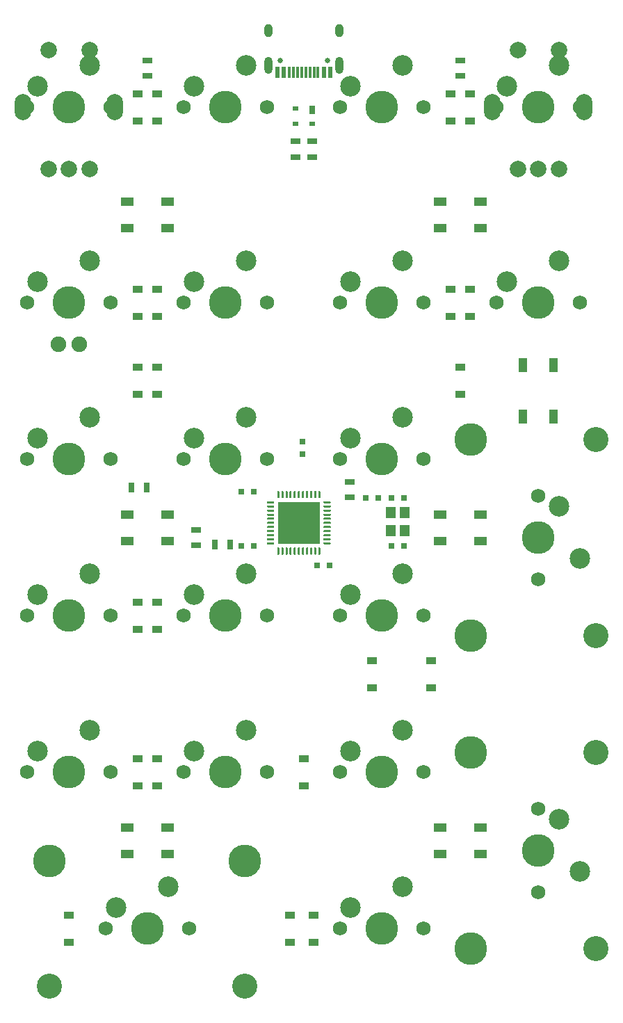
<source format=gbr>
%TF.GenerationSoftware,KiCad,Pcbnew,(5.1.10)-1*%
%TF.CreationDate,2021-08-07T17:21:30+07:00*%
%TF.ProjectId,numbowl,6e756d62-6f77-46c2-9e6b-696361645f70,rev?*%
%TF.SameCoordinates,Original*%
%TF.FileFunction,Soldermask,Bot*%
%TF.FilePolarity,Negative*%
%FSLAX46Y46*%
G04 Gerber Fmt 4.6, Leading zero omitted, Abs format (unit mm)*
G04 Created by KiCad (PCBNEW (5.1.10)-1) date 2021-08-07 17:21:30*
%MOMM*%
%LPD*%
G01*
G04 APERTURE LIST*
%ADD10C,3.987800*%
%ADD11C,2.500000*%
%ADD12C,1.750000*%
%ADD13C,3.048000*%
%ADD14C,2.000000*%
%ADD15O,2.000000X3.200000*%
%ADD16C,1.905000*%
%ADD17R,0.700000X1.300000*%
%ADD18R,1.100000X1.800000*%
%ADD19R,0.700000X1.000000*%
%ADD20R,0.700000X0.600000*%
%ADD21R,1.500000X1.000000*%
%ADD22R,1.200000X0.900000*%
%ADD23R,0.800000X0.750000*%
%ADD24R,5.150000X5.150000*%
%ADD25R,1.200000X1.400000*%
%ADD26O,1.000000X1.600000*%
%ADD27O,1.000000X2.100000*%
%ADD28C,0.650000*%
%ADD29R,0.300000X1.450000*%
%ADD30R,0.600000X1.450000*%
%ADD31R,1.300000X0.700000*%
%ADD32R,0.750000X0.800000*%
G04 APERTURE END LIST*
D10*
%TO.C,MX13*%
X247650000Y-104775000D03*
D11*
X252730000Y-107315000D03*
D12*
X247650000Y-99695000D03*
X247650000Y-109855000D03*
D11*
X250190000Y-100965000D03*
D13*
X254635000Y-92868750D03*
X254635000Y-116681250D03*
D10*
X239395000Y-92868750D03*
X239395000Y-116681250D03*
%TD*%
D14*
%TO.C,SW3*%
X245150000Y-59887510D03*
X247650000Y-59887510D03*
X250150000Y-59887510D03*
D15*
X242050000Y-52387510D03*
X253250000Y-52387510D03*
D14*
X245150000Y-45387510D03*
X250150000Y-45387510D03*
%TD*%
D16*
%TO.C,D25*%
X189230000Y-81280000D03*
X191770000Y-81280000D03*
%TD*%
D12*
%TO.C,MX27*%
X233680192Y-52387546D03*
D11*
X224790192Y-49847546D03*
D12*
X223520192Y-52387546D03*
D10*
X228600192Y-52387546D03*
D11*
X231140192Y-47307546D03*
%TD*%
D12*
%TO.C,MX26*%
X214630176Y-52387546D03*
D11*
X205740176Y-49847546D03*
D12*
X204470176Y-52387546D03*
D10*
X209550176Y-52387546D03*
D11*
X212090176Y-47307546D03*
%TD*%
%TO.C,MX25*%
X202565000Y-147320000D03*
D10*
X200025000Y-152400000D03*
D11*
X196215000Y-149860000D03*
D12*
X194945000Y-152400000D03*
X205105000Y-152400000D03*
D13*
X188118750Y-159385000D03*
X211931250Y-159385000D03*
D10*
X188118750Y-144145000D03*
X211931250Y-144145000D03*
%TD*%
D12*
%TO.C,MX20*%
X252730000Y-76200000D03*
D11*
X243840000Y-73660000D03*
D12*
X242570000Y-76200000D03*
D10*
X247650000Y-76200000D03*
D11*
X250190000Y-71120000D03*
%TD*%
D10*
%TO.C,MX19*%
X247650000Y-142875000D03*
D11*
X252730000Y-145415000D03*
D12*
X247650000Y-137795000D03*
X247650000Y-147955000D03*
D11*
X250190000Y-139065000D03*
D13*
X254635000Y-130968750D03*
X254635000Y-154781250D03*
D10*
X239395000Y-130968750D03*
X239395000Y-154781250D03*
%TD*%
D12*
%TO.C,MX18*%
X233680000Y-152400000D03*
D11*
X224790000Y-149860000D03*
D12*
X223520000Y-152400000D03*
D10*
X228600000Y-152400000D03*
D11*
X231140000Y-147320000D03*
%TD*%
D12*
%TO.C,MX17*%
X233680000Y-133350000D03*
D11*
X224790000Y-130810000D03*
D12*
X223520000Y-133350000D03*
D10*
X228600000Y-133350000D03*
D11*
X231140000Y-128270000D03*
%TD*%
D12*
%TO.C,MX16*%
X233680000Y-114300000D03*
D11*
X224790000Y-111760000D03*
D12*
X223520000Y-114300000D03*
D10*
X228600000Y-114300000D03*
D11*
X231140000Y-109220000D03*
%TD*%
D12*
%TO.C,MX15*%
X233680000Y-95250000D03*
D11*
X224790000Y-92710000D03*
D12*
X223520000Y-95250000D03*
D10*
X228600000Y-95250000D03*
D11*
X231140000Y-90170000D03*
%TD*%
D12*
%TO.C,MX14*%
X233680000Y-76200000D03*
D11*
X224790000Y-73660000D03*
D12*
X223520000Y-76200000D03*
D10*
X228600000Y-76200000D03*
D11*
X231140000Y-71120000D03*
%TD*%
D12*
%TO.C,MX11*%
X214630000Y-133350000D03*
D11*
X205740000Y-130810000D03*
D12*
X204470000Y-133350000D03*
D10*
X209550000Y-133350000D03*
D11*
X212090000Y-128270000D03*
%TD*%
D12*
%TO.C,MX10*%
X214630000Y-114300000D03*
D11*
X205740000Y-111760000D03*
D12*
X204470000Y-114300000D03*
D10*
X209550000Y-114300000D03*
D11*
X212090000Y-109220000D03*
%TD*%
D12*
%TO.C,MX9*%
X214630000Y-95250000D03*
D11*
X205740000Y-92710000D03*
D12*
X204470000Y-95250000D03*
D10*
X209550000Y-95250000D03*
D11*
X212090000Y-90170000D03*
%TD*%
D12*
%TO.C,MX8*%
X214630000Y-76200000D03*
D11*
X205740000Y-73660000D03*
D12*
X204470000Y-76200000D03*
D10*
X209550000Y-76200000D03*
D11*
X212090000Y-71120000D03*
%TD*%
D12*
%TO.C,MX7*%
X252730000Y-52387510D03*
D11*
X243840000Y-49847510D03*
D12*
X242570000Y-52387510D03*
D10*
X247650000Y-52387510D03*
D11*
X250190000Y-47307510D03*
%TD*%
D12*
%TO.C,MX5*%
X195580000Y-133350000D03*
D11*
X186690000Y-130810000D03*
D12*
X185420000Y-133350000D03*
D10*
X190500000Y-133350000D03*
D11*
X193040000Y-128270000D03*
%TD*%
D12*
%TO.C,MX4*%
X195580000Y-114300000D03*
D11*
X186690000Y-111760000D03*
D12*
X185420000Y-114300000D03*
D10*
X190500000Y-114300000D03*
D11*
X193040000Y-109220000D03*
%TD*%
D12*
%TO.C,MX3*%
X195580000Y-95250000D03*
D11*
X186690000Y-92710000D03*
D12*
X185420000Y-95250000D03*
D10*
X190500000Y-95250000D03*
D11*
X193040000Y-90170000D03*
%TD*%
D12*
%TO.C,MX2*%
X195580000Y-76200000D03*
D11*
X186690000Y-73660000D03*
D12*
X185420000Y-76200000D03*
D10*
X190500000Y-76200000D03*
D11*
X193040000Y-71120000D03*
%TD*%
D12*
%TO.C,MX1*%
X195580000Y-52387510D03*
D11*
X186690000Y-49847510D03*
D12*
X185420000Y-52387510D03*
D10*
X190500000Y-52387510D03*
D11*
X193040000Y-47307510D03*
%TD*%
D17*
%TO.C,R1*%
X198084400Y-98653600D03*
X199984400Y-98653600D03*
%TD*%
D14*
%TO.C,SW2*%
X193000000Y-45387510D03*
X188000000Y-45387510D03*
D15*
X196100000Y-52387510D03*
X184900000Y-52387510D03*
D14*
X193000000Y-59887510D03*
X190500000Y-59887510D03*
X188000000Y-59887510D03*
%TD*%
D18*
%TO.C,SW1*%
X249500000Y-83815625D03*
X245800000Y-90015625D03*
X245800000Y-83815625D03*
X249500000Y-90015625D03*
%TD*%
D19*
%TO.C,U5*%
X220075000Y-52731250D03*
D20*
X218075000Y-52531250D03*
X220075000Y-54431250D03*
X218075000Y-54431250D03*
%TD*%
D21*
%TO.C,RGB6*%
X197575000Y-67084375D03*
X197575000Y-63884375D03*
X202475000Y-67084375D03*
X202475000Y-63884375D03*
%TD*%
%TO.C,RGB5*%
X235675000Y-67084375D03*
X235675000Y-63884375D03*
X240575000Y-67084375D03*
X240575000Y-63884375D03*
%TD*%
%TO.C,RGB4*%
X235675000Y-105184375D03*
X235675000Y-101984375D03*
X240575000Y-105184375D03*
X240575000Y-101984375D03*
%TD*%
%TO.C,RGB3*%
X235675000Y-143284375D03*
X235675000Y-140084375D03*
X240575000Y-143284375D03*
X240575000Y-140084375D03*
%TD*%
%TO.C,RGB2*%
X202475000Y-140084375D03*
X202475000Y-143284375D03*
X197575000Y-140084375D03*
X197575000Y-143284375D03*
%TD*%
%TO.C,RGB1*%
X202475000Y-101984375D03*
X202475000Y-105184375D03*
X197575000Y-101984375D03*
X197575000Y-105184375D03*
%TD*%
D22*
%TO.C,D19*%
X236934375Y-54037500D03*
X236934375Y-50737500D03*
%TD*%
%TO.C,D13*%
X201215625Y-54037500D03*
X201215625Y-50737500D03*
%TD*%
%TO.C,D7*%
X239315625Y-54037500D03*
X239315625Y-50737500D03*
%TD*%
%TO.C,D1*%
X198834375Y-54037500D03*
X198834375Y-50737500D03*
%TD*%
%TO.C,D12*%
X190500000Y-154050000D03*
X190500000Y-150750000D03*
%TD*%
%TO.C,D22*%
X234553125Y-123093750D03*
X234553125Y-119793750D03*
%TD*%
%TO.C,D18*%
X220265625Y-154050000D03*
X220265625Y-150750000D03*
%TD*%
%TO.C,D24*%
X217424000Y-154050000D03*
X217424000Y-150750000D03*
%TD*%
%TO.C,D20*%
X239315625Y-77850000D03*
X239315625Y-74550000D03*
%TD*%
%TO.C,D17*%
X219075000Y-131700000D03*
X219075000Y-135000000D03*
%TD*%
%TO.C,D16*%
X227409375Y-123093750D03*
X227409375Y-119793750D03*
%TD*%
%TO.C,D15*%
X238125000Y-84075000D03*
X238125000Y-87375000D03*
%TD*%
%TO.C,D14*%
X236934375Y-77850000D03*
X236934375Y-74550000D03*
%TD*%
%TO.C,D11*%
X201216132Y-135000336D03*
X201216132Y-131700336D03*
%TD*%
%TO.C,D10*%
X201215625Y-115950000D03*
X201215625Y-112650000D03*
%TD*%
%TO.C,D9*%
X201215625Y-84075000D03*
X201215625Y-87375000D03*
%TD*%
%TO.C,D8*%
X201215625Y-77850000D03*
X201215625Y-74550000D03*
%TD*%
%TO.C,D5*%
X198834876Y-135000000D03*
X198834876Y-131700000D03*
%TD*%
%TO.C,D4*%
X198834375Y-115950000D03*
X198834375Y-112650000D03*
%TD*%
%TO.C,D3*%
X198834375Y-84075000D03*
X198834375Y-87375000D03*
%TD*%
%TO.C,D2*%
X198834375Y-77850000D03*
X198834375Y-74550000D03*
%TD*%
D23*
%TO.C,C3*%
X231294685Y-99949000D03*
X229794685Y-99949000D03*
%TD*%
%TO.C,C2*%
X229794685Y-105791000D03*
X231294685Y-105791000D03*
%TD*%
D24*
%TO.C,U2*%
X218480605Y-102989415D03*
G36*
G01*
X214668105Y-100364415D02*
X215418105Y-100364415D01*
G75*
G02*
X215480605Y-100426915I0J-62500D01*
G01*
X215480605Y-100551915D01*
G75*
G02*
X215418105Y-100614415I-62500J0D01*
G01*
X214668105Y-100614415D01*
G75*
G02*
X214605605Y-100551915I0J62500D01*
G01*
X214605605Y-100426915D01*
G75*
G02*
X214668105Y-100364415I62500J0D01*
G01*
G37*
G36*
G01*
X214668105Y-100864415D02*
X215418105Y-100864415D01*
G75*
G02*
X215480605Y-100926915I0J-62500D01*
G01*
X215480605Y-101051915D01*
G75*
G02*
X215418105Y-101114415I-62500J0D01*
G01*
X214668105Y-101114415D01*
G75*
G02*
X214605605Y-101051915I0J62500D01*
G01*
X214605605Y-100926915D01*
G75*
G02*
X214668105Y-100864415I62500J0D01*
G01*
G37*
G36*
G01*
X214668105Y-101364415D02*
X215418105Y-101364415D01*
G75*
G02*
X215480605Y-101426915I0J-62500D01*
G01*
X215480605Y-101551915D01*
G75*
G02*
X215418105Y-101614415I-62500J0D01*
G01*
X214668105Y-101614415D01*
G75*
G02*
X214605605Y-101551915I0J62500D01*
G01*
X214605605Y-101426915D01*
G75*
G02*
X214668105Y-101364415I62500J0D01*
G01*
G37*
G36*
G01*
X214668105Y-101864415D02*
X215418105Y-101864415D01*
G75*
G02*
X215480605Y-101926915I0J-62500D01*
G01*
X215480605Y-102051915D01*
G75*
G02*
X215418105Y-102114415I-62500J0D01*
G01*
X214668105Y-102114415D01*
G75*
G02*
X214605605Y-102051915I0J62500D01*
G01*
X214605605Y-101926915D01*
G75*
G02*
X214668105Y-101864415I62500J0D01*
G01*
G37*
G36*
G01*
X214668105Y-102364415D02*
X215418105Y-102364415D01*
G75*
G02*
X215480605Y-102426915I0J-62500D01*
G01*
X215480605Y-102551915D01*
G75*
G02*
X215418105Y-102614415I-62500J0D01*
G01*
X214668105Y-102614415D01*
G75*
G02*
X214605605Y-102551915I0J62500D01*
G01*
X214605605Y-102426915D01*
G75*
G02*
X214668105Y-102364415I62500J0D01*
G01*
G37*
G36*
G01*
X214668105Y-102864415D02*
X215418105Y-102864415D01*
G75*
G02*
X215480605Y-102926915I0J-62500D01*
G01*
X215480605Y-103051915D01*
G75*
G02*
X215418105Y-103114415I-62500J0D01*
G01*
X214668105Y-103114415D01*
G75*
G02*
X214605605Y-103051915I0J62500D01*
G01*
X214605605Y-102926915D01*
G75*
G02*
X214668105Y-102864415I62500J0D01*
G01*
G37*
G36*
G01*
X214668105Y-103364415D02*
X215418105Y-103364415D01*
G75*
G02*
X215480605Y-103426915I0J-62500D01*
G01*
X215480605Y-103551915D01*
G75*
G02*
X215418105Y-103614415I-62500J0D01*
G01*
X214668105Y-103614415D01*
G75*
G02*
X214605605Y-103551915I0J62500D01*
G01*
X214605605Y-103426915D01*
G75*
G02*
X214668105Y-103364415I62500J0D01*
G01*
G37*
G36*
G01*
X214668105Y-103864415D02*
X215418105Y-103864415D01*
G75*
G02*
X215480605Y-103926915I0J-62500D01*
G01*
X215480605Y-104051915D01*
G75*
G02*
X215418105Y-104114415I-62500J0D01*
G01*
X214668105Y-104114415D01*
G75*
G02*
X214605605Y-104051915I0J62500D01*
G01*
X214605605Y-103926915D01*
G75*
G02*
X214668105Y-103864415I62500J0D01*
G01*
G37*
G36*
G01*
X214668105Y-104364415D02*
X215418105Y-104364415D01*
G75*
G02*
X215480605Y-104426915I0J-62500D01*
G01*
X215480605Y-104551915D01*
G75*
G02*
X215418105Y-104614415I-62500J0D01*
G01*
X214668105Y-104614415D01*
G75*
G02*
X214605605Y-104551915I0J62500D01*
G01*
X214605605Y-104426915D01*
G75*
G02*
X214668105Y-104364415I62500J0D01*
G01*
G37*
G36*
G01*
X214668105Y-104864415D02*
X215418105Y-104864415D01*
G75*
G02*
X215480605Y-104926915I0J-62500D01*
G01*
X215480605Y-105051915D01*
G75*
G02*
X215418105Y-105114415I-62500J0D01*
G01*
X214668105Y-105114415D01*
G75*
G02*
X214605605Y-105051915I0J62500D01*
G01*
X214605605Y-104926915D01*
G75*
G02*
X214668105Y-104864415I62500J0D01*
G01*
G37*
G36*
G01*
X214668105Y-105364415D02*
X215418105Y-105364415D01*
G75*
G02*
X215480605Y-105426915I0J-62500D01*
G01*
X215480605Y-105551915D01*
G75*
G02*
X215418105Y-105614415I-62500J0D01*
G01*
X214668105Y-105614415D01*
G75*
G02*
X214605605Y-105551915I0J62500D01*
G01*
X214605605Y-105426915D01*
G75*
G02*
X214668105Y-105364415I62500J0D01*
G01*
G37*
G36*
G01*
X215918105Y-105989415D02*
X216043105Y-105989415D01*
G75*
G02*
X216105605Y-106051915I0J-62500D01*
G01*
X216105605Y-106801915D01*
G75*
G02*
X216043105Y-106864415I-62500J0D01*
G01*
X215918105Y-106864415D01*
G75*
G02*
X215855605Y-106801915I0J62500D01*
G01*
X215855605Y-106051915D01*
G75*
G02*
X215918105Y-105989415I62500J0D01*
G01*
G37*
G36*
G01*
X216418105Y-105989415D02*
X216543105Y-105989415D01*
G75*
G02*
X216605605Y-106051915I0J-62500D01*
G01*
X216605605Y-106801915D01*
G75*
G02*
X216543105Y-106864415I-62500J0D01*
G01*
X216418105Y-106864415D01*
G75*
G02*
X216355605Y-106801915I0J62500D01*
G01*
X216355605Y-106051915D01*
G75*
G02*
X216418105Y-105989415I62500J0D01*
G01*
G37*
G36*
G01*
X216918105Y-105989415D02*
X217043105Y-105989415D01*
G75*
G02*
X217105605Y-106051915I0J-62500D01*
G01*
X217105605Y-106801915D01*
G75*
G02*
X217043105Y-106864415I-62500J0D01*
G01*
X216918105Y-106864415D01*
G75*
G02*
X216855605Y-106801915I0J62500D01*
G01*
X216855605Y-106051915D01*
G75*
G02*
X216918105Y-105989415I62500J0D01*
G01*
G37*
G36*
G01*
X217418105Y-105989415D02*
X217543105Y-105989415D01*
G75*
G02*
X217605605Y-106051915I0J-62500D01*
G01*
X217605605Y-106801915D01*
G75*
G02*
X217543105Y-106864415I-62500J0D01*
G01*
X217418105Y-106864415D01*
G75*
G02*
X217355605Y-106801915I0J62500D01*
G01*
X217355605Y-106051915D01*
G75*
G02*
X217418105Y-105989415I62500J0D01*
G01*
G37*
G36*
G01*
X217918105Y-105989415D02*
X218043105Y-105989415D01*
G75*
G02*
X218105605Y-106051915I0J-62500D01*
G01*
X218105605Y-106801915D01*
G75*
G02*
X218043105Y-106864415I-62500J0D01*
G01*
X217918105Y-106864415D01*
G75*
G02*
X217855605Y-106801915I0J62500D01*
G01*
X217855605Y-106051915D01*
G75*
G02*
X217918105Y-105989415I62500J0D01*
G01*
G37*
G36*
G01*
X218418105Y-105989415D02*
X218543105Y-105989415D01*
G75*
G02*
X218605605Y-106051915I0J-62500D01*
G01*
X218605605Y-106801915D01*
G75*
G02*
X218543105Y-106864415I-62500J0D01*
G01*
X218418105Y-106864415D01*
G75*
G02*
X218355605Y-106801915I0J62500D01*
G01*
X218355605Y-106051915D01*
G75*
G02*
X218418105Y-105989415I62500J0D01*
G01*
G37*
G36*
G01*
X218918105Y-105989415D02*
X219043105Y-105989415D01*
G75*
G02*
X219105605Y-106051915I0J-62500D01*
G01*
X219105605Y-106801915D01*
G75*
G02*
X219043105Y-106864415I-62500J0D01*
G01*
X218918105Y-106864415D01*
G75*
G02*
X218855605Y-106801915I0J62500D01*
G01*
X218855605Y-106051915D01*
G75*
G02*
X218918105Y-105989415I62500J0D01*
G01*
G37*
G36*
G01*
X219418105Y-105989415D02*
X219543105Y-105989415D01*
G75*
G02*
X219605605Y-106051915I0J-62500D01*
G01*
X219605605Y-106801915D01*
G75*
G02*
X219543105Y-106864415I-62500J0D01*
G01*
X219418105Y-106864415D01*
G75*
G02*
X219355605Y-106801915I0J62500D01*
G01*
X219355605Y-106051915D01*
G75*
G02*
X219418105Y-105989415I62500J0D01*
G01*
G37*
G36*
G01*
X219918105Y-105989415D02*
X220043105Y-105989415D01*
G75*
G02*
X220105605Y-106051915I0J-62500D01*
G01*
X220105605Y-106801915D01*
G75*
G02*
X220043105Y-106864415I-62500J0D01*
G01*
X219918105Y-106864415D01*
G75*
G02*
X219855605Y-106801915I0J62500D01*
G01*
X219855605Y-106051915D01*
G75*
G02*
X219918105Y-105989415I62500J0D01*
G01*
G37*
G36*
G01*
X220418105Y-105989415D02*
X220543105Y-105989415D01*
G75*
G02*
X220605605Y-106051915I0J-62500D01*
G01*
X220605605Y-106801915D01*
G75*
G02*
X220543105Y-106864415I-62500J0D01*
G01*
X220418105Y-106864415D01*
G75*
G02*
X220355605Y-106801915I0J62500D01*
G01*
X220355605Y-106051915D01*
G75*
G02*
X220418105Y-105989415I62500J0D01*
G01*
G37*
G36*
G01*
X220918105Y-105989415D02*
X221043105Y-105989415D01*
G75*
G02*
X221105605Y-106051915I0J-62500D01*
G01*
X221105605Y-106801915D01*
G75*
G02*
X221043105Y-106864415I-62500J0D01*
G01*
X220918105Y-106864415D01*
G75*
G02*
X220855605Y-106801915I0J62500D01*
G01*
X220855605Y-106051915D01*
G75*
G02*
X220918105Y-105989415I62500J0D01*
G01*
G37*
G36*
G01*
X221543105Y-105364415D02*
X222293105Y-105364415D01*
G75*
G02*
X222355605Y-105426915I0J-62500D01*
G01*
X222355605Y-105551915D01*
G75*
G02*
X222293105Y-105614415I-62500J0D01*
G01*
X221543105Y-105614415D01*
G75*
G02*
X221480605Y-105551915I0J62500D01*
G01*
X221480605Y-105426915D01*
G75*
G02*
X221543105Y-105364415I62500J0D01*
G01*
G37*
G36*
G01*
X221543105Y-104864415D02*
X222293105Y-104864415D01*
G75*
G02*
X222355605Y-104926915I0J-62500D01*
G01*
X222355605Y-105051915D01*
G75*
G02*
X222293105Y-105114415I-62500J0D01*
G01*
X221543105Y-105114415D01*
G75*
G02*
X221480605Y-105051915I0J62500D01*
G01*
X221480605Y-104926915D01*
G75*
G02*
X221543105Y-104864415I62500J0D01*
G01*
G37*
G36*
G01*
X221543105Y-104364415D02*
X222293105Y-104364415D01*
G75*
G02*
X222355605Y-104426915I0J-62500D01*
G01*
X222355605Y-104551915D01*
G75*
G02*
X222293105Y-104614415I-62500J0D01*
G01*
X221543105Y-104614415D01*
G75*
G02*
X221480605Y-104551915I0J62500D01*
G01*
X221480605Y-104426915D01*
G75*
G02*
X221543105Y-104364415I62500J0D01*
G01*
G37*
G36*
G01*
X221543105Y-103864415D02*
X222293105Y-103864415D01*
G75*
G02*
X222355605Y-103926915I0J-62500D01*
G01*
X222355605Y-104051915D01*
G75*
G02*
X222293105Y-104114415I-62500J0D01*
G01*
X221543105Y-104114415D01*
G75*
G02*
X221480605Y-104051915I0J62500D01*
G01*
X221480605Y-103926915D01*
G75*
G02*
X221543105Y-103864415I62500J0D01*
G01*
G37*
G36*
G01*
X221543105Y-103364415D02*
X222293105Y-103364415D01*
G75*
G02*
X222355605Y-103426915I0J-62500D01*
G01*
X222355605Y-103551915D01*
G75*
G02*
X222293105Y-103614415I-62500J0D01*
G01*
X221543105Y-103614415D01*
G75*
G02*
X221480605Y-103551915I0J62500D01*
G01*
X221480605Y-103426915D01*
G75*
G02*
X221543105Y-103364415I62500J0D01*
G01*
G37*
G36*
G01*
X221543105Y-102864415D02*
X222293105Y-102864415D01*
G75*
G02*
X222355605Y-102926915I0J-62500D01*
G01*
X222355605Y-103051915D01*
G75*
G02*
X222293105Y-103114415I-62500J0D01*
G01*
X221543105Y-103114415D01*
G75*
G02*
X221480605Y-103051915I0J62500D01*
G01*
X221480605Y-102926915D01*
G75*
G02*
X221543105Y-102864415I62500J0D01*
G01*
G37*
G36*
G01*
X221543105Y-102364415D02*
X222293105Y-102364415D01*
G75*
G02*
X222355605Y-102426915I0J-62500D01*
G01*
X222355605Y-102551915D01*
G75*
G02*
X222293105Y-102614415I-62500J0D01*
G01*
X221543105Y-102614415D01*
G75*
G02*
X221480605Y-102551915I0J62500D01*
G01*
X221480605Y-102426915D01*
G75*
G02*
X221543105Y-102364415I62500J0D01*
G01*
G37*
G36*
G01*
X221543105Y-101864415D02*
X222293105Y-101864415D01*
G75*
G02*
X222355605Y-101926915I0J-62500D01*
G01*
X222355605Y-102051915D01*
G75*
G02*
X222293105Y-102114415I-62500J0D01*
G01*
X221543105Y-102114415D01*
G75*
G02*
X221480605Y-102051915I0J62500D01*
G01*
X221480605Y-101926915D01*
G75*
G02*
X221543105Y-101864415I62500J0D01*
G01*
G37*
G36*
G01*
X221543105Y-101364415D02*
X222293105Y-101364415D01*
G75*
G02*
X222355605Y-101426915I0J-62500D01*
G01*
X222355605Y-101551915D01*
G75*
G02*
X222293105Y-101614415I-62500J0D01*
G01*
X221543105Y-101614415D01*
G75*
G02*
X221480605Y-101551915I0J62500D01*
G01*
X221480605Y-101426915D01*
G75*
G02*
X221543105Y-101364415I62500J0D01*
G01*
G37*
G36*
G01*
X221543105Y-100864415D02*
X222293105Y-100864415D01*
G75*
G02*
X222355605Y-100926915I0J-62500D01*
G01*
X222355605Y-101051915D01*
G75*
G02*
X222293105Y-101114415I-62500J0D01*
G01*
X221543105Y-101114415D01*
G75*
G02*
X221480605Y-101051915I0J62500D01*
G01*
X221480605Y-100926915D01*
G75*
G02*
X221543105Y-100864415I62500J0D01*
G01*
G37*
G36*
G01*
X221543105Y-100364415D02*
X222293105Y-100364415D01*
G75*
G02*
X222355605Y-100426915I0J-62500D01*
G01*
X222355605Y-100551915D01*
G75*
G02*
X222293105Y-100614415I-62500J0D01*
G01*
X221543105Y-100614415D01*
G75*
G02*
X221480605Y-100551915I0J62500D01*
G01*
X221480605Y-100426915D01*
G75*
G02*
X221543105Y-100364415I62500J0D01*
G01*
G37*
G36*
G01*
X220918105Y-99114415D02*
X221043105Y-99114415D01*
G75*
G02*
X221105605Y-99176915I0J-62500D01*
G01*
X221105605Y-99926915D01*
G75*
G02*
X221043105Y-99989415I-62500J0D01*
G01*
X220918105Y-99989415D01*
G75*
G02*
X220855605Y-99926915I0J62500D01*
G01*
X220855605Y-99176915D01*
G75*
G02*
X220918105Y-99114415I62500J0D01*
G01*
G37*
G36*
G01*
X220418105Y-99114415D02*
X220543105Y-99114415D01*
G75*
G02*
X220605605Y-99176915I0J-62500D01*
G01*
X220605605Y-99926915D01*
G75*
G02*
X220543105Y-99989415I-62500J0D01*
G01*
X220418105Y-99989415D01*
G75*
G02*
X220355605Y-99926915I0J62500D01*
G01*
X220355605Y-99176915D01*
G75*
G02*
X220418105Y-99114415I62500J0D01*
G01*
G37*
G36*
G01*
X219918105Y-99114415D02*
X220043105Y-99114415D01*
G75*
G02*
X220105605Y-99176915I0J-62500D01*
G01*
X220105605Y-99926915D01*
G75*
G02*
X220043105Y-99989415I-62500J0D01*
G01*
X219918105Y-99989415D01*
G75*
G02*
X219855605Y-99926915I0J62500D01*
G01*
X219855605Y-99176915D01*
G75*
G02*
X219918105Y-99114415I62500J0D01*
G01*
G37*
G36*
G01*
X219418105Y-99114415D02*
X219543105Y-99114415D01*
G75*
G02*
X219605605Y-99176915I0J-62500D01*
G01*
X219605605Y-99926915D01*
G75*
G02*
X219543105Y-99989415I-62500J0D01*
G01*
X219418105Y-99989415D01*
G75*
G02*
X219355605Y-99926915I0J62500D01*
G01*
X219355605Y-99176915D01*
G75*
G02*
X219418105Y-99114415I62500J0D01*
G01*
G37*
G36*
G01*
X218918105Y-99114415D02*
X219043105Y-99114415D01*
G75*
G02*
X219105605Y-99176915I0J-62500D01*
G01*
X219105605Y-99926915D01*
G75*
G02*
X219043105Y-99989415I-62500J0D01*
G01*
X218918105Y-99989415D01*
G75*
G02*
X218855605Y-99926915I0J62500D01*
G01*
X218855605Y-99176915D01*
G75*
G02*
X218918105Y-99114415I62500J0D01*
G01*
G37*
G36*
G01*
X218418105Y-99114415D02*
X218543105Y-99114415D01*
G75*
G02*
X218605605Y-99176915I0J-62500D01*
G01*
X218605605Y-99926915D01*
G75*
G02*
X218543105Y-99989415I-62500J0D01*
G01*
X218418105Y-99989415D01*
G75*
G02*
X218355605Y-99926915I0J62500D01*
G01*
X218355605Y-99176915D01*
G75*
G02*
X218418105Y-99114415I62500J0D01*
G01*
G37*
G36*
G01*
X217918105Y-99114415D02*
X218043105Y-99114415D01*
G75*
G02*
X218105605Y-99176915I0J-62500D01*
G01*
X218105605Y-99926915D01*
G75*
G02*
X218043105Y-99989415I-62500J0D01*
G01*
X217918105Y-99989415D01*
G75*
G02*
X217855605Y-99926915I0J62500D01*
G01*
X217855605Y-99176915D01*
G75*
G02*
X217918105Y-99114415I62500J0D01*
G01*
G37*
G36*
G01*
X217418105Y-99114415D02*
X217543105Y-99114415D01*
G75*
G02*
X217605605Y-99176915I0J-62500D01*
G01*
X217605605Y-99926915D01*
G75*
G02*
X217543105Y-99989415I-62500J0D01*
G01*
X217418105Y-99989415D01*
G75*
G02*
X217355605Y-99926915I0J62500D01*
G01*
X217355605Y-99176915D01*
G75*
G02*
X217418105Y-99114415I62500J0D01*
G01*
G37*
G36*
G01*
X216918105Y-99114415D02*
X217043105Y-99114415D01*
G75*
G02*
X217105605Y-99176915I0J-62500D01*
G01*
X217105605Y-99926915D01*
G75*
G02*
X217043105Y-99989415I-62500J0D01*
G01*
X216918105Y-99989415D01*
G75*
G02*
X216855605Y-99926915I0J62500D01*
G01*
X216855605Y-99176915D01*
G75*
G02*
X216918105Y-99114415I62500J0D01*
G01*
G37*
G36*
G01*
X216418105Y-99114415D02*
X216543105Y-99114415D01*
G75*
G02*
X216605605Y-99176915I0J-62500D01*
G01*
X216605605Y-99926915D01*
G75*
G02*
X216543105Y-99989415I-62500J0D01*
G01*
X216418105Y-99989415D01*
G75*
G02*
X216355605Y-99926915I0J62500D01*
G01*
X216355605Y-99176915D01*
G75*
G02*
X216418105Y-99114415I62500J0D01*
G01*
G37*
G36*
G01*
X215918105Y-99114415D02*
X216043105Y-99114415D01*
G75*
G02*
X216105605Y-99176915I0J-62500D01*
G01*
X216105605Y-99926915D01*
G75*
G02*
X216043105Y-99989415I-62500J0D01*
G01*
X215918105Y-99989415D01*
G75*
G02*
X215855605Y-99926915I0J62500D01*
G01*
X215855605Y-99176915D01*
G75*
G02*
X215918105Y-99114415I62500J0D01*
G01*
G37*
%TD*%
D25*
%TO.C,Y1*%
X229694685Y-103970000D03*
X229694685Y-101770000D03*
X231394685Y-101770000D03*
X231394685Y-103970000D03*
%TD*%
D26*
%TO.C,USB1*%
X223395000Y-43081250D03*
X214755000Y-43081250D03*
D27*
X223395000Y-47261250D03*
X214755000Y-47261250D03*
D28*
X216185000Y-46731250D03*
X221965000Y-46731250D03*
D29*
X218825000Y-48176250D03*
X219325000Y-48176250D03*
X219825000Y-48176250D03*
X218325000Y-48176250D03*
X220325000Y-48176250D03*
X217825000Y-48176250D03*
X220825000Y-48176250D03*
X217325000Y-48176250D03*
D30*
X216625000Y-48176250D03*
X221525000Y-48176250D03*
X215850000Y-48176250D03*
X222300000Y-48176250D03*
%TD*%
D31*
%TO.C,R110*%
X218075000Y-58431250D03*
X218075000Y-56531250D03*
%TD*%
%TO.C,R7*%
X205978125Y-105725000D03*
X205978125Y-103825000D03*
%TD*%
D17*
%TO.C,R6*%
X210119000Y-105664000D03*
X208219000Y-105664000D03*
%TD*%
D31*
%TO.C,R5*%
X224702685Y-97983000D03*
X224702685Y-99883000D03*
%TD*%
D23*
%TO.C,C7*%
X228119685Y-99949000D03*
X226619685Y-99949000D03*
%TD*%
D32*
%TO.C,C6*%
X218948000Y-94635000D03*
X218948000Y-93135000D03*
%TD*%
D23*
%TO.C,C5*%
X211506685Y-105791000D03*
X213006685Y-105791000D03*
%TD*%
%TO.C,C4*%
X222238000Y-108204000D03*
X220738000Y-108204000D03*
%TD*%
%TO.C,C1*%
X211506685Y-99187000D03*
X213006685Y-99187000D03*
%TD*%
D31*
%TO.C,R109*%
X220075000Y-58431250D03*
X220075000Y-56531250D03*
%TD*%
%TO.C,R108*%
X238125000Y-48575000D03*
X238125000Y-46675000D03*
%TD*%
%TO.C,R107*%
X200025000Y-48575000D03*
X200025000Y-46675000D03*
%TD*%
M02*

</source>
